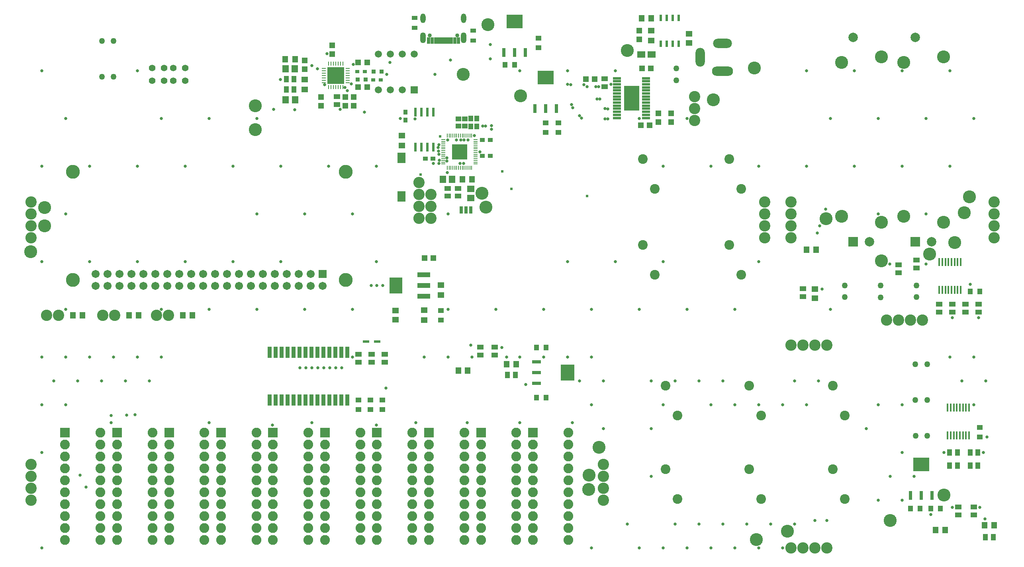
<source format=gts>
G04*
G04 #@! TF.GenerationSoftware,Altium Limited,Altium Designer,25.1.2 (22)*
G04*
G04 Layer_Color=8388736*
%FSLAX25Y25*%
%MOIN*%
G70*
G04*
G04 #@! TF.SameCoordinates,DBC5BB4E-B95F-4F78-ABC1-F02F3F3965D1*
G04*
G04*
G04 #@! TF.FilePolarity,Negative*
G04*
G01*
G75*
%ADD21R,0.06844X0.05500*%
%ADD22R,0.05700X0.04400*%
%ADD23R,0.02600X0.07300*%
%ADD25R,0.02100X0.07200*%
%ADD26R,0.02200X0.05750*%
%ADD28R,0.04600X0.05700*%
%ADD29R,0.04800X0.04900*%
%ADD30R,0.03800X0.03400*%
%ADD31R,0.03600X0.00700*%
%ADD32R,0.00700X0.03600*%
%ADD33R,0.03600X0.01000*%
%ADD34R,0.01000X0.03600*%
%ADD37R,0.01400X0.07000*%
%ADD39R,0.03200X0.03000*%
%ADD40R,0.05100X0.04200*%
%ADD41R,0.04724X0.03543*%
%ADD44R,0.05800X0.02000*%
%ADD45R,0.02600X0.06100*%
%ADD46R,0.03400X0.04200*%
%ADD47R,0.03940X0.04759*%
%ADD48R,0.05000X0.05500*%
%ADD49R,0.05121X0.04169*%
%ADD50R,0.05200X0.05900*%
%ADD53R,0.04331X0.05512*%
%ADD54R,0.04200X0.03400*%
%ADD55R,0.05900X0.05200*%
%ADD56R,0.04200X0.05100*%
%ADD57R,0.05000X0.05000*%
%ADD58R,0.05000X0.05000*%
%ADD59R,0.05500X0.05000*%
%ADD60R,0.05700X0.04600*%
%ADD61R,0.04400X0.05700*%
%ADD62R,0.05512X0.04331*%
%ADD63R,0.07300X0.02600*%
%ADD64C,0.10800*%
%ADD65R,0.03300X0.09800*%
%ADD66R,0.04658X0.03989*%
%ADD67R,0.12600X0.12600*%
%ADD68R,0.14200X0.14200*%
%ADD69R,0.06699X0.02172*%
%ADD70R,0.12605X0.20794*%
%ADD71R,0.06706X0.08674*%
%ADD72R,0.11030X0.13392*%
%ADD73R,0.11030X0.04337*%
%ADD74R,0.03162X0.05288*%
%ADD75R,0.01981X0.05288*%
%ADD76C,0.08100*%
%ADD77R,0.07887X0.07887*%
%ADD78C,0.07887*%
%ADD79C,0.10839*%
%ADD80O,0.07874X0.15748*%
%ADD81O,0.17717X0.07874*%
%ADD82O,0.15748X0.07874*%
%ADD83R,0.05900X0.05900*%
%ADD84C,0.05900*%
%ADD85C,0.11627*%
%ADD86C,0.06737*%
%ADD87R,0.06737X0.06737*%
%ADD88R,0.08182X0.08182*%
%ADD89C,0.08182*%
%ADD90C,0.05600*%
%ADD91C,0.05000*%
%ADD92C,0.03359*%
%ADD93O,0.04343X0.07887*%
%ADD94O,0.04934X0.09068*%
%ADD95C,0.09461*%
%ADD96C,0.02600*%
%ADD97C,0.02400*%
G36*
X474450Y180300D02*
X485750D01*
Y193700D01*
X474450D01*
Y180300D01*
D02*
G37*
G36*
X782700Y104450D02*
Y115750D01*
X769300D01*
Y104450D01*
X782700D01*
D02*
G37*
G36*
X468400Y428650D02*
Y439950D01*
X455000D01*
Y428650D01*
X468400D01*
D02*
G37*
G36*
X442300Y475650D02*
Y486950D01*
X428900D01*
Y475650D01*
X442300D01*
D02*
G37*
D21*
X550278Y453500D02*
D03*
X541722D02*
D03*
D22*
X327000Y195750D02*
D03*
Y202250D02*
D03*
X407000Y201750D02*
D03*
Y208250D02*
D03*
X419000D02*
D03*
Y201750D02*
D03*
X305000Y195750D02*
D03*
Y202250D02*
D03*
X316000Y195750D02*
D03*
Y202250D02*
D03*
X511000Y433250D02*
D03*
Y426750D02*
D03*
X677000Y250750D02*
D03*
Y257250D02*
D03*
X772000Y274750D02*
D03*
Y281250D02*
D03*
X757000Y277250D02*
D03*
Y270750D02*
D03*
X824000Y244250D02*
D03*
Y237750D02*
D03*
X802000D02*
D03*
Y244250D02*
D03*
X813000Y237750D02*
D03*
Y244250D02*
D03*
X791000D02*
D03*
Y237750D02*
D03*
X807000Y74250D02*
D03*
Y67750D02*
D03*
X820000D02*
D03*
Y74250D02*
D03*
X287090Y411623D02*
D03*
Y418123D02*
D03*
D23*
X766950Y84100D02*
D03*
X776000D02*
D03*
X785050D02*
D03*
X452650Y408300D02*
D03*
X461700D02*
D03*
X470750D02*
D03*
X444650Y455300D02*
D03*
X435600D02*
D03*
X426550D02*
D03*
D25*
X352500Y376050D02*
D03*
X357500D02*
D03*
X362500D02*
D03*
X367500D02*
D03*
Y405150D02*
D03*
X362500D02*
D03*
X357500D02*
D03*
X352500D02*
D03*
D26*
X558000Y484225D02*
D03*
X563000D02*
D03*
X568000D02*
D03*
X573000D02*
D03*
Y462775D02*
D03*
X568000D02*
D03*
X563000D02*
D03*
X558000D02*
D03*
D28*
X251944Y449571D02*
D03*
X243644D02*
D03*
X391850Y349100D02*
D03*
X400150D02*
D03*
X550150Y484000D02*
D03*
X541850D02*
D03*
D29*
X304738Y426361D02*
D03*
X312238D02*
D03*
Y447044D02*
D03*
X304738D02*
D03*
D30*
X311138Y432505D02*
D03*
X304238D02*
D03*
X317494Y439298D02*
D03*
X324394D02*
D03*
D31*
X375900Y382336D02*
D03*
Y380761D02*
D03*
Y379187D02*
D03*
Y377612D02*
D03*
Y376037D02*
D03*
Y374462D02*
D03*
Y372887D02*
D03*
Y371313D02*
D03*
Y369738D02*
D03*
Y368163D02*
D03*
Y366588D02*
D03*
Y365013D02*
D03*
Y363439D02*
D03*
Y361864D02*
D03*
X403100D02*
D03*
Y363439D02*
D03*
Y365013D02*
D03*
Y366588D02*
D03*
Y368163D02*
D03*
Y369738D02*
D03*
Y371313D02*
D03*
Y372887D02*
D03*
Y374462D02*
D03*
Y376037D02*
D03*
Y377612D02*
D03*
Y379187D02*
D03*
Y380761D02*
D03*
Y382336D02*
D03*
D32*
X379264Y358500D02*
D03*
X380839D02*
D03*
X382413D02*
D03*
X383988D02*
D03*
X385563D02*
D03*
X387138D02*
D03*
X388713D02*
D03*
X390287D02*
D03*
X391862D02*
D03*
X393437D02*
D03*
X395012D02*
D03*
X396587D02*
D03*
X398161D02*
D03*
X399736D02*
D03*
Y385700D02*
D03*
X398161D02*
D03*
X396587D02*
D03*
X395012D02*
D03*
X393437D02*
D03*
X391862D02*
D03*
X390287D02*
D03*
X388713D02*
D03*
X387138D02*
D03*
X385563D02*
D03*
X383988D02*
D03*
X382413D02*
D03*
X380839D02*
D03*
X379264D02*
D03*
D33*
X295850Y441905D02*
D03*
Y439937D02*
D03*
Y437968D02*
D03*
Y436000D02*
D03*
Y434031D02*
D03*
Y432063D02*
D03*
Y430094D02*
D03*
X276150D02*
D03*
Y432063D02*
D03*
Y434031D02*
D03*
Y436000D02*
D03*
Y437968D02*
D03*
Y439937D02*
D03*
Y441905D02*
D03*
D34*
X291905Y426150D02*
D03*
X289937D02*
D03*
X287968D02*
D03*
X286000D02*
D03*
X284032D02*
D03*
X282063D02*
D03*
X280095D02*
D03*
Y445850D02*
D03*
X282063D02*
D03*
X284032D02*
D03*
X286000D02*
D03*
X287968D02*
D03*
X289937D02*
D03*
X291905D02*
D03*
D37*
X815957Y157700D02*
D03*
X813398D02*
D03*
X810839D02*
D03*
X808280D02*
D03*
X805721D02*
D03*
X803161D02*
D03*
X800602D02*
D03*
X798043D02*
D03*
Y134300D02*
D03*
X800602D02*
D03*
X803161D02*
D03*
X805721D02*
D03*
X808280D02*
D03*
X810839D02*
D03*
X813398D02*
D03*
X815957D02*
D03*
X808957Y279700D02*
D03*
X806398D02*
D03*
X803839D02*
D03*
X801280D02*
D03*
X798721D02*
D03*
X796161D02*
D03*
X793602D02*
D03*
X791043D02*
D03*
Y256300D02*
D03*
X793602D02*
D03*
X796161D02*
D03*
X798721D02*
D03*
X801280D02*
D03*
X803839D02*
D03*
X806398D02*
D03*
X808957D02*
D03*
D39*
X317194Y432404D02*
D03*
X323493D02*
D03*
X310281Y439298D02*
D03*
X303982D02*
D03*
D40*
X374000Y230950D02*
D03*
Y239050D02*
D03*
X472200Y388150D02*
D03*
Y396250D02*
D03*
X461700D02*
D03*
Y388150D02*
D03*
X455600Y459350D02*
D03*
Y467450D02*
D03*
X825000Y132950D02*
D03*
Y141050D02*
D03*
D41*
X351900Y476066D02*
D03*
Y484334D02*
D03*
X401000Y465266D02*
D03*
Y473534D02*
D03*
D44*
X311350Y212850D02*
D03*
X320650D02*
D03*
D45*
X398937Y323224D02*
D03*
X395000D02*
D03*
X391063D02*
D03*
D46*
X344300Y398650D02*
D03*
Y405150D02*
D03*
D47*
X404100Y399877D02*
D03*
Y393347D02*
D03*
X399100Y399877D02*
D03*
Y393347D02*
D03*
D48*
X66150Y235000D02*
D03*
X73850D02*
D03*
X388597Y188572D02*
D03*
X396298D02*
D03*
X436850Y194000D02*
D03*
X429150D02*
D03*
X687850Y290000D02*
D03*
X680150D02*
D03*
X788150Y55000D02*
D03*
X795850D02*
D03*
X836850Y59000D02*
D03*
X829150D02*
D03*
X158150Y235000D02*
D03*
X165850D02*
D03*
X120850D02*
D03*
X113150D02*
D03*
D49*
X305000Y155947D02*
D03*
Y164053D02*
D03*
X325000Y155947D02*
D03*
Y164053D02*
D03*
X315000D02*
D03*
Y155947D02*
D03*
D50*
X244041Y415569D02*
D03*
X251903D02*
D03*
X375569Y349100D02*
D03*
X383431D02*
D03*
X251725Y441475D02*
D03*
X243864D02*
D03*
D53*
X251122Y432835D02*
D03*
Y424174D02*
D03*
X244822D02*
D03*
Y432835D02*
D03*
D54*
X415250Y382100D02*
D03*
X408750D02*
D03*
Y368600D02*
D03*
X415250D02*
D03*
X367450Y366200D02*
D03*
X360950D02*
D03*
D55*
X399000Y333169D02*
D03*
Y341031D02*
D03*
D56*
X427650Y444900D02*
D03*
X435750D02*
D03*
X462050Y165926D02*
D03*
X453950D02*
D03*
X453950Y208000D02*
D03*
X462050D02*
D03*
X816950Y255000D02*
D03*
X825050D02*
D03*
X783950Y73000D02*
D03*
X792050D02*
D03*
X766950D02*
D03*
X775050D02*
D03*
D57*
X282900Y453950D02*
D03*
Y461250D02*
D03*
X260106Y448493D02*
D03*
Y441193D02*
D03*
X273700Y417850D02*
D03*
Y410550D02*
D03*
X300920Y410523D02*
D03*
Y417823D02*
D03*
X293830Y410523D02*
D03*
Y417823D02*
D03*
X556000Y396850D02*
D03*
Y404150D02*
D03*
X566500Y396850D02*
D03*
Y404150D02*
D03*
X540000Y473650D02*
D03*
Y466350D02*
D03*
D58*
X548750Y394300D02*
D03*
X541450D02*
D03*
X549650Y442000D02*
D03*
X542350D02*
D03*
X495350Y433000D02*
D03*
X502650D02*
D03*
X367650Y283000D02*
D03*
X360350D02*
D03*
D59*
X581725Y463321D02*
D03*
Y471021D02*
D03*
X687000Y249150D02*
D03*
Y256850D02*
D03*
X336000Y238850D02*
D03*
Y231150D02*
D03*
D60*
X341179Y377323D02*
D03*
Y385623D02*
D03*
X550000Y473650D02*
D03*
Y465350D02*
D03*
X374000Y251850D02*
D03*
Y260150D02*
D03*
X360000Y239150D02*
D03*
Y230850D02*
D03*
X259934Y424355D02*
D03*
Y432655D02*
D03*
D61*
X436250Y185000D02*
D03*
X429750D02*
D03*
X829750Y49000D02*
D03*
X836250D02*
D03*
X823400Y120000D02*
D03*
X816900D02*
D03*
X806250D02*
D03*
X799750D02*
D03*
X816900Y109000D02*
D03*
X823400D02*
D03*
X799750D02*
D03*
X806250D02*
D03*
D62*
X379669Y341250D02*
D03*
X388331D02*
D03*
Y334950D02*
D03*
X379669D02*
D03*
D63*
X454100Y196050D02*
D03*
Y187000D02*
D03*
Y177950D02*
D03*
D64*
X42400Y310100D02*
D03*
X664000Y54000D02*
D03*
X602000Y415500D02*
D03*
X440600Y419100D02*
D03*
X413400Y478600D02*
D03*
X392700Y436900D02*
D03*
X636300Y442400D02*
D03*
X530100Y457100D02*
D03*
X42300Y325200D02*
D03*
X30800Y288200D02*
D03*
X696300Y315900D02*
D03*
X783100Y286300D02*
D03*
X803865Y295862D02*
D03*
X742500Y280700D02*
D03*
X816300Y334200D02*
D03*
X812100Y320900D02*
D03*
X408300Y337400D02*
D03*
X411700Y325600D02*
D03*
X506400Y124200D02*
D03*
X498000Y101000D02*
D03*
X497587Y89000D02*
D03*
X750000Y63000D02*
D03*
X794875Y84211D02*
D03*
X638000Y47000D02*
D03*
X218800Y410500D02*
D03*
Y390500D02*
D03*
D65*
X295500Y164000D02*
D03*
X290500D02*
D03*
X285500D02*
D03*
X280500D02*
D03*
X275500D02*
D03*
X270500D02*
D03*
X265500D02*
D03*
X260500D02*
D03*
X255500D02*
D03*
X250500D02*
D03*
X245500D02*
D03*
X240500D02*
D03*
X235500D02*
D03*
X230500D02*
D03*
Y204000D02*
D03*
X235500D02*
D03*
X240500D02*
D03*
X245500D02*
D03*
X250500D02*
D03*
X255500D02*
D03*
X260500D02*
D03*
X265500D02*
D03*
X270500D02*
D03*
X275500D02*
D03*
X280500D02*
D03*
X285500D02*
D03*
X290500D02*
D03*
X295500D02*
D03*
D66*
X394100Y399647D02*
D03*
Y393576D02*
D03*
X388600Y399647D02*
D03*
Y393576D02*
D03*
D67*
X389500Y372100D02*
D03*
D68*
X286000Y436000D02*
D03*
D69*
X545500Y400441D02*
D03*
Y403000D02*
D03*
Y405559D02*
D03*
Y408118D02*
D03*
Y410677D02*
D03*
Y413236D02*
D03*
Y415795D02*
D03*
Y418354D02*
D03*
Y420913D02*
D03*
Y423472D02*
D03*
Y426031D02*
D03*
Y428590D02*
D03*
Y431150D02*
D03*
Y433709D02*
D03*
X521484D02*
D03*
Y431150D02*
D03*
Y428590D02*
D03*
Y426031D02*
D03*
Y423472D02*
D03*
Y420913D02*
D03*
Y418354D02*
D03*
Y415795D02*
D03*
Y413236D02*
D03*
Y410677D02*
D03*
Y408118D02*
D03*
Y405559D02*
D03*
Y403000D02*
D03*
Y400441D02*
D03*
D70*
X533492Y417075D02*
D03*
D71*
X341000Y366883D02*
D03*
Y334600D02*
D03*
D72*
X336386Y260000D02*
D03*
D73*
X359614Y269055D02*
D03*
Y260000D02*
D03*
Y250945D02*
D03*
D74*
X363524Y465287D02*
D03*
X366673D02*
D03*
X385571D02*
D03*
X388720D02*
D03*
D75*
X369232D02*
D03*
X371201D02*
D03*
X373169D02*
D03*
X375138D02*
D03*
X377106D02*
D03*
X379075D02*
D03*
X381043D02*
D03*
X383012D02*
D03*
D76*
X642000Y81000D02*
D03*
X632000Y106000D02*
D03*
X543000Y366000D02*
D03*
X553000Y341000D02*
D03*
X543000Y294100D02*
D03*
X553000Y269100D02*
D03*
X615300Y294100D02*
D03*
X625300Y269100D02*
D03*
X615300Y366000D02*
D03*
X625300Y341000D02*
D03*
X712000Y81000D02*
D03*
X702000Y106000D02*
D03*
X712000Y151000D02*
D03*
X702000Y176000D02*
D03*
X572000Y151000D02*
D03*
X562000Y176000D02*
D03*
Y106000D02*
D03*
X572000Y81000D02*
D03*
X642000Y151000D02*
D03*
X632000Y176000D02*
D03*
D77*
X771014Y296743D02*
D03*
X719014D02*
D03*
D78*
X784794D02*
D03*
X771014Y468003D02*
D03*
X719014D02*
D03*
X732794Y296743D02*
D03*
D79*
X761172Y317806D02*
D03*
X794636Y313082D02*
D03*
Y451664D02*
D03*
X761172Y446940D02*
D03*
X709172D02*
D03*
X742636Y451664D02*
D03*
Y313082D02*
D03*
X709172Y317806D02*
D03*
D80*
X591046Y451304D02*
D03*
D81*
X609550Y439494D02*
D03*
D82*
Y463116D02*
D03*
D83*
X351800Y424100D02*
D03*
D84*
X341800D02*
D03*
X331800D02*
D03*
X321800D02*
D03*
Y454100D02*
D03*
X331800D02*
D03*
X341800D02*
D03*
X351800D02*
D03*
D85*
X65827Y264724D02*
D03*
Y355276D02*
D03*
X294173Y264724D02*
D03*
Y355276D02*
D03*
D86*
X85000Y259724D02*
D03*
Y269724D02*
D03*
X95000Y259724D02*
D03*
Y269724D02*
D03*
X105000Y259724D02*
D03*
Y269724D02*
D03*
X115000Y259724D02*
D03*
Y269724D02*
D03*
X125000Y259724D02*
D03*
Y269724D02*
D03*
X135000Y259724D02*
D03*
Y269724D02*
D03*
X145000Y259724D02*
D03*
Y269724D02*
D03*
X155000Y259724D02*
D03*
Y269724D02*
D03*
X165000Y259724D02*
D03*
Y269724D02*
D03*
X175000Y259724D02*
D03*
Y269724D02*
D03*
X185000Y259724D02*
D03*
Y269724D02*
D03*
X195000Y259724D02*
D03*
Y269724D02*
D03*
X205000Y259724D02*
D03*
Y269724D02*
D03*
X215000Y259724D02*
D03*
Y269724D02*
D03*
X225000Y259724D02*
D03*
Y269724D02*
D03*
X235000Y259724D02*
D03*
Y269724D02*
D03*
X245000Y259724D02*
D03*
Y269724D02*
D03*
X255000Y259724D02*
D03*
Y269724D02*
D03*
X265000Y259724D02*
D03*
Y269724D02*
D03*
X275000Y259724D02*
D03*
D87*
Y269724D02*
D03*
D88*
X59472Y136500D02*
D03*
X451000D02*
D03*
X407500D02*
D03*
X364000D02*
D03*
X320472D02*
D03*
X276972D02*
D03*
X233472D02*
D03*
X190000D02*
D03*
X146500D02*
D03*
X103000D02*
D03*
D89*
X59472Y126500D02*
D03*
Y116500D02*
D03*
Y106500D02*
D03*
Y96500D02*
D03*
Y86500D02*
D03*
Y76500D02*
D03*
Y66500D02*
D03*
Y56500D02*
D03*
Y46500D02*
D03*
X89000D02*
D03*
Y56500D02*
D03*
Y66500D02*
D03*
Y76500D02*
D03*
Y86500D02*
D03*
Y96500D02*
D03*
Y106500D02*
D03*
Y116500D02*
D03*
Y126500D02*
D03*
Y136500D02*
D03*
X480528D02*
D03*
Y126500D02*
D03*
Y116500D02*
D03*
Y106500D02*
D03*
Y96500D02*
D03*
Y86500D02*
D03*
Y76500D02*
D03*
Y66500D02*
D03*
Y56500D02*
D03*
Y46500D02*
D03*
X451000D02*
D03*
Y56500D02*
D03*
Y66500D02*
D03*
Y76500D02*
D03*
Y86500D02*
D03*
Y96500D02*
D03*
Y106500D02*
D03*
Y116500D02*
D03*
Y126500D02*
D03*
X407500D02*
D03*
Y116500D02*
D03*
Y106500D02*
D03*
Y96500D02*
D03*
Y86500D02*
D03*
Y76500D02*
D03*
Y66500D02*
D03*
Y56500D02*
D03*
Y46500D02*
D03*
X437028D02*
D03*
Y56500D02*
D03*
Y66500D02*
D03*
Y76500D02*
D03*
Y86500D02*
D03*
Y96500D02*
D03*
Y106500D02*
D03*
Y116500D02*
D03*
Y126500D02*
D03*
Y136500D02*
D03*
X393528D02*
D03*
Y126500D02*
D03*
Y116500D02*
D03*
Y106500D02*
D03*
Y96500D02*
D03*
Y86500D02*
D03*
Y76500D02*
D03*
Y66500D02*
D03*
Y56500D02*
D03*
Y46500D02*
D03*
X364000D02*
D03*
Y56500D02*
D03*
Y66500D02*
D03*
Y76500D02*
D03*
Y86500D02*
D03*
Y96500D02*
D03*
Y106500D02*
D03*
Y116500D02*
D03*
Y126500D02*
D03*
X350000Y136500D02*
D03*
Y126500D02*
D03*
Y116500D02*
D03*
Y106500D02*
D03*
Y96500D02*
D03*
Y86500D02*
D03*
Y76500D02*
D03*
Y66500D02*
D03*
Y56500D02*
D03*
Y46500D02*
D03*
X320472D02*
D03*
Y56500D02*
D03*
Y66500D02*
D03*
Y76500D02*
D03*
Y86500D02*
D03*
Y96500D02*
D03*
Y106500D02*
D03*
Y116500D02*
D03*
Y126500D02*
D03*
X306500Y136500D02*
D03*
Y126500D02*
D03*
Y116500D02*
D03*
Y106500D02*
D03*
Y96500D02*
D03*
Y86500D02*
D03*
Y76500D02*
D03*
Y66500D02*
D03*
Y56500D02*
D03*
Y46500D02*
D03*
X276972D02*
D03*
Y56500D02*
D03*
Y66500D02*
D03*
Y76500D02*
D03*
Y86500D02*
D03*
Y96500D02*
D03*
Y106500D02*
D03*
Y116500D02*
D03*
Y126500D02*
D03*
X263000Y136500D02*
D03*
Y126500D02*
D03*
Y116500D02*
D03*
Y106500D02*
D03*
Y96500D02*
D03*
Y86500D02*
D03*
Y76500D02*
D03*
Y66500D02*
D03*
Y56500D02*
D03*
Y46500D02*
D03*
X233472D02*
D03*
Y56500D02*
D03*
Y66500D02*
D03*
Y76500D02*
D03*
Y86500D02*
D03*
Y96500D02*
D03*
Y106500D02*
D03*
Y116500D02*
D03*
Y126500D02*
D03*
X190000D02*
D03*
Y116500D02*
D03*
Y106500D02*
D03*
Y96500D02*
D03*
Y86500D02*
D03*
Y76500D02*
D03*
Y66500D02*
D03*
Y56500D02*
D03*
Y46500D02*
D03*
X219528D02*
D03*
Y56500D02*
D03*
Y66500D02*
D03*
Y76500D02*
D03*
Y86500D02*
D03*
Y96500D02*
D03*
Y106500D02*
D03*
Y116500D02*
D03*
Y126500D02*
D03*
Y136500D02*
D03*
X146500Y126500D02*
D03*
Y116500D02*
D03*
Y106500D02*
D03*
Y96500D02*
D03*
Y86500D02*
D03*
Y76500D02*
D03*
Y66500D02*
D03*
Y56500D02*
D03*
Y46500D02*
D03*
X176028D02*
D03*
Y56500D02*
D03*
Y66500D02*
D03*
Y76500D02*
D03*
Y86500D02*
D03*
Y96500D02*
D03*
Y106500D02*
D03*
Y116500D02*
D03*
Y126500D02*
D03*
Y136500D02*
D03*
X103000Y126500D02*
D03*
Y116500D02*
D03*
Y106500D02*
D03*
Y96500D02*
D03*
Y86500D02*
D03*
Y76500D02*
D03*
Y66500D02*
D03*
Y56500D02*
D03*
Y46500D02*
D03*
X132528D02*
D03*
Y56500D02*
D03*
Y66500D02*
D03*
Y76500D02*
D03*
Y86500D02*
D03*
Y96500D02*
D03*
Y106500D02*
D03*
Y116500D02*
D03*
Y126500D02*
D03*
Y136500D02*
D03*
D90*
X132408Y442356D02*
D03*
X142251D02*
D03*
X150125D02*
D03*
X159968D02*
D03*
X132408Y431687D02*
D03*
X142251D02*
D03*
X150125D02*
D03*
X159968D02*
D03*
D91*
X100000Y435000D02*
D03*
X90158D02*
D03*
X571000Y432000D02*
D03*
Y441843D02*
D03*
X90158Y465000D02*
D03*
X100000D02*
D03*
X772000Y260000D02*
D03*
Y250157D02*
D03*
X742000Y250000D02*
D03*
Y259842D02*
D03*
X712000Y250157D02*
D03*
Y260000D02*
D03*
X771158Y134000D02*
D03*
X781000D02*
D03*
X771000Y164000D02*
D03*
X780842D02*
D03*
Y194000D02*
D03*
X771000D02*
D03*
D92*
X387500Y469500D02*
D03*
X364744D02*
D03*
D93*
X359114Y483988D02*
D03*
X393130D02*
D03*
D94*
X359114Y467531D02*
D03*
X393130D02*
D03*
D95*
X355700Y346400D02*
D03*
Y336400D02*
D03*
Y326400D02*
D03*
Y316400D02*
D03*
X365700Y336400D02*
D03*
Y326400D02*
D03*
Y316400D02*
D03*
X645000Y300000D02*
D03*
Y310000D02*
D03*
Y320000D02*
D03*
Y330000D02*
D03*
X586200Y398300D02*
D03*
Y408300D02*
D03*
Y418300D02*
D03*
X54000Y235000D02*
D03*
X44000D02*
D03*
X31000Y300100D02*
D03*
Y310100D02*
D03*
Y320100D02*
D03*
Y330100D02*
D03*
X747000Y231000D02*
D03*
X757000D02*
D03*
X767000D02*
D03*
X777000D02*
D03*
X510000Y80000D02*
D03*
Y90000D02*
D03*
Y100000D02*
D03*
Y110000D02*
D03*
X31000Y80000D02*
D03*
Y90000D02*
D03*
Y100000D02*
D03*
Y110000D02*
D03*
X667000Y300000D02*
D03*
Y310000D02*
D03*
Y320000D02*
D03*
Y330000D02*
D03*
X837000D02*
D03*
Y320000D02*
D03*
Y310000D02*
D03*
Y300000D02*
D03*
X667000Y210000D02*
D03*
X677000D02*
D03*
X687000D02*
D03*
X697000D02*
D03*
Y40000D02*
D03*
X687000D02*
D03*
X677000D02*
D03*
X667000D02*
D03*
X146000Y235000D02*
D03*
X136000D02*
D03*
X101000D02*
D03*
X91000D02*
D03*
D96*
X371900Y372700D02*
D03*
X749600Y278000D02*
D03*
X406600Y371900D02*
D03*
X493700Y428200D02*
D03*
X390500Y381882D02*
D03*
X393476Y381887D02*
D03*
X371800Y375500D02*
D03*
X372400Y369850D02*
D03*
Y362200D02*
D03*
X379300Y354700D02*
D03*
X266000Y444300D02*
D03*
X239600Y432500D02*
D03*
X251800Y407400D02*
D03*
X233900Y407500D02*
D03*
X415400Y449900D02*
D03*
X415300Y462100D02*
D03*
X382000Y448800D02*
D03*
X800000Y440000D02*
D03*
X820000Y400000D02*
D03*
X800000Y360000D02*
D03*
Y200000D02*
D03*
X820000Y160000D02*
D03*
X760000Y440000D02*
D03*
X780000Y400000D02*
D03*
X760000Y360000D02*
D03*
X780000Y320000D02*
D03*
X760000Y120000D02*
D03*
X720000Y440000D02*
D03*
X740000Y400000D02*
D03*
X720000Y360000D02*
D03*
X740000Y320000D02*
D03*
Y160000D02*
D03*
Y80000D02*
D03*
X680000Y440000D02*
D03*
X700000Y400000D02*
D03*
X680000Y360000D02*
D03*
X700000Y240000D02*
D03*
X640000Y360000D02*
D03*
Y280000D02*
D03*
X660000Y160000D02*
D03*
X640000Y40000D02*
D03*
X600000Y360000D02*
D03*
X620000Y240000D02*
D03*
Y160000D02*
D03*
X600000Y40000D02*
D03*
X580000Y400000D02*
D03*
X560000Y360000D02*
D03*
Y280000D02*
D03*
X580000Y240000D02*
D03*
X560000Y40000D02*
D03*
X520000Y440000D02*
D03*
X540000Y400000D02*
D03*
X520000Y280000D02*
D03*
X540000Y240000D02*
D03*
X480000Y440000D02*
D03*
Y280000D02*
D03*
X500000Y240000D02*
D03*
X480000Y200000D02*
D03*
X500000Y160000D02*
D03*
X440000Y440000D02*
D03*
X460000Y240000D02*
D03*
X440000Y200000D02*
D03*
X420000Y240000D02*
D03*
X400000Y200000D02*
D03*
X380000Y320000D02*
D03*
Y240000D02*
D03*
X360000Y200000D02*
D03*
X340000Y400000D02*
D03*
X320000Y360000D02*
D03*
Y280000D02*
D03*
X280000Y360000D02*
D03*
X300000Y320000D02*
D03*
Y240000D02*
D03*
X240000Y360000D02*
D03*
X260000Y320000D02*
D03*
X240000Y280000D02*
D03*
X260000Y240000D02*
D03*
X220000Y400000D02*
D03*
X200000Y360000D02*
D03*
X220000Y320000D02*
D03*
X200000Y280000D02*
D03*
X220000Y240000D02*
D03*
X180000Y400000D02*
D03*
X160000Y360000D02*
D03*
Y280000D02*
D03*
X180000Y240000D02*
D03*
X120000Y440000D02*
D03*
X140000Y400000D02*
D03*
X120000Y360000D02*
D03*
Y280000D02*
D03*
X140000Y240000D02*
D03*
X120000Y200000D02*
D03*
X80000Y360000D02*
D03*
Y280000D02*
D03*
Y200000D02*
D03*
X40000Y440000D02*
D03*
X60000Y400000D02*
D03*
X40000Y360000D02*
D03*
X60000Y320000D02*
D03*
X40000Y280000D02*
D03*
X60000Y240000D02*
D03*
X40000Y200000D02*
D03*
X60000Y160000D02*
D03*
X40000Y120000D02*
D03*
Y40000D02*
D03*
X295700Y423200D02*
D03*
X300500Y445400D02*
D03*
X489900Y402300D02*
D03*
X483300Y411500D02*
D03*
X511300Y399600D02*
D03*
X511200Y408300D02*
D03*
X504600Y416400D02*
D03*
X503500Y426700D02*
D03*
X496300D02*
D03*
X480100Y428500D02*
D03*
X369000Y436800D02*
D03*
X310100Y405200D02*
D03*
X299000Y429100D02*
D03*
X293500Y425900D02*
D03*
X482600Y428400D02*
D03*
X484300Y409000D02*
D03*
X491700Y400400D02*
D03*
X513700Y399600D02*
D03*
X507100Y416300D02*
D03*
X513700Y408100D02*
D03*
X516300Y428600D02*
D03*
X408900Y393700D02*
D03*
X352400Y399700D02*
D03*
X416300Y394100D02*
D03*
X367600Y362300D02*
D03*
X416300Y390800D02*
D03*
X411400Y393700D02*
D03*
X396600Y382000D02*
D03*
X320400Y260000D02*
D03*
X325200Y259900D02*
D03*
X315500D02*
D03*
X328707Y436800D02*
D03*
X331356Y447044D02*
D03*
X270736Y441736D02*
D03*
X278600Y454400D02*
D03*
X289500Y407500D02*
D03*
X276800Y428200D02*
D03*
X506000Y426600D02*
D03*
X372443Y377790D02*
D03*
X379100Y366900D02*
D03*
X372600Y365000D02*
D03*
X379100Y364200D02*
D03*
X693000Y257000D02*
D03*
X802000Y233000D02*
D03*
X824000D02*
D03*
X817000Y261000D02*
D03*
X780000Y278000D02*
D03*
X689000Y304000D02*
D03*
X691000Y310000D02*
D03*
X696000Y324000D02*
D03*
X820000Y200000D02*
D03*
X830000Y180000D02*
D03*
X820000Y160000D02*
D03*
X800000Y200000D02*
D03*
X810000Y180000D02*
D03*
X760000Y160000D02*
D03*
Y120000D02*
D03*
X770000Y100000D02*
D03*
X760000Y80000D02*
D03*
X740000Y160000D02*
D03*
X750000Y100000D02*
D03*
X740000Y80000D02*
D03*
X730000Y140000D02*
D03*
X690000Y180000D02*
D03*
X680000Y160000D02*
D03*
X670000Y180000D02*
D03*
Y60000D02*
D03*
X660000Y40000D02*
D03*
X640000Y160000D02*
D03*
X650000Y60000D02*
D03*
X640000Y40000D02*
D03*
X620000Y160000D02*
D03*
X630000Y60000D02*
D03*
X620000Y40000D02*
D03*
X610000Y180000D02*
D03*
X600000Y160000D02*
D03*
X610000Y60000D02*
D03*
X600000Y40000D02*
D03*
X590000Y180000D02*
D03*
Y60000D02*
D03*
X580000Y40000D02*
D03*
X570000Y180000D02*
D03*
X560000Y160000D02*
D03*
X570000Y60000D02*
D03*
X560000Y40000D02*
D03*
X550000Y180000D02*
D03*
Y140000D02*
D03*
Y100000D02*
D03*
X540000Y40000D02*
D03*
X530000Y60000D02*
D03*
X500000Y200000D02*
D03*
X510000Y180000D02*
D03*
X500000Y160000D02*
D03*
X510000Y140000D02*
D03*
X500000Y40000D02*
D03*
X480000Y200000D02*
D03*
X490000Y180000D02*
D03*
X460000Y200000D02*
D03*
X440000D02*
D03*
X400000D02*
D03*
X380000D02*
D03*
X360000D02*
D03*
X300000D02*
D03*
X140000D02*
D03*
X120000D02*
D03*
X130000Y180000D02*
D03*
X100000Y200000D02*
D03*
X110000Y180000D02*
D03*
X80000Y200000D02*
D03*
X90000Y180000D02*
D03*
X60000Y200000D02*
D03*
X70000Y180000D02*
D03*
X60000Y160000D02*
D03*
X40000Y200000D02*
D03*
X50000Y180000D02*
D03*
X40000Y160000D02*
D03*
Y120000D02*
D03*
Y40000D02*
D03*
X697000Y63000D02*
D03*
X687000D02*
D03*
X784000Y68000D02*
D03*
X829210Y64157D02*
D03*
X825000Y74000D02*
D03*
X802000D02*
D03*
X795000Y120000D02*
D03*
X828000D02*
D03*
X831000Y133000D02*
D03*
X328000Y174000D02*
D03*
X399000Y210000D02*
D03*
X425000Y208000D02*
D03*
X429000Y200000D02*
D03*
X445000Y177000D02*
D03*
X118000Y151500D02*
D03*
X111000Y151431D02*
D03*
X98000Y151000D02*
D03*
Y145000D02*
D03*
X484000D02*
D03*
X440000D02*
D03*
X396000D02*
D03*
X353000D02*
D03*
X320000Y143000D02*
D03*
X266000Y145000D02*
D03*
X233000Y143000D02*
D03*
X180000Y145000D02*
D03*
X291000Y191000D02*
D03*
X286000D02*
D03*
X281000D02*
D03*
X276000D02*
D03*
X271000D02*
D03*
X266000D02*
D03*
X261000D02*
D03*
X256000D02*
D03*
X77000Y91000D02*
D03*
X72000Y101000D02*
D03*
X402000Y385600D02*
D03*
X390063Y362149D02*
D03*
X392833Y362170D02*
D03*
X379500Y382100D02*
D03*
X387000D02*
D03*
D97*
X496200Y334800D02*
D03*
X433100Y340900D02*
D03*
X425300Y355600D02*
D03*
X373300Y384900D02*
D03*
X357000Y353000D02*
D03*
M02*

</source>
